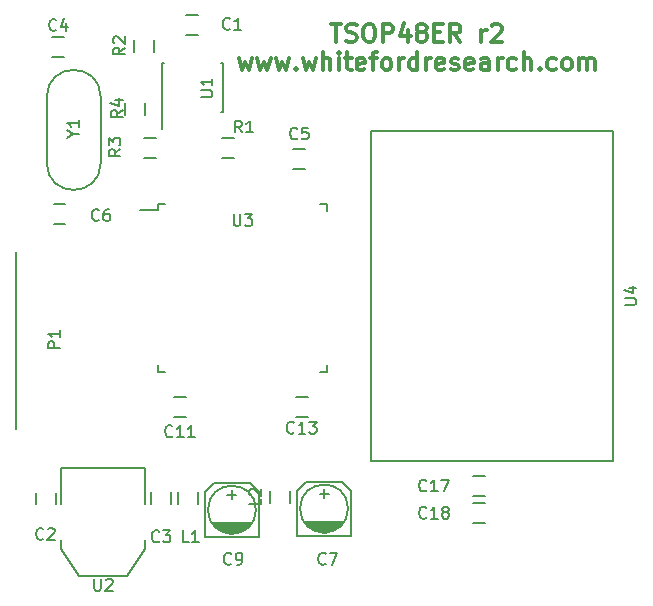
<source format=gto>
G04 #@! TF.FileFunction,Legend,Top*
%FSLAX46Y46*%
G04 Gerber Fmt 4.6, Leading zero omitted, Abs format (unit mm)*
G04 Created by KiCad (PCBNEW (2015-11-24 BZR 6329)-product) date Fri 07 Oct 2016 12:30:40 AM EDT*
%MOMM*%
G01*
G04 APERTURE LIST*
%ADD10C,0.100000*%
%ADD11C,0.300000*%
%ADD12C,0.150000*%
G04 APERTURE END LIST*
D10*
D11*
X186014287Y-76678571D02*
X186871430Y-76678571D01*
X186442859Y-78178571D02*
X186442859Y-76678571D01*
X187300001Y-78107143D02*
X187514287Y-78178571D01*
X187871430Y-78178571D01*
X188014287Y-78107143D01*
X188085716Y-78035714D01*
X188157144Y-77892857D01*
X188157144Y-77750000D01*
X188085716Y-77607143D01*
X188014287Y-77535714D01*
X187871430Y-77464286D01*
X187585716Y-77392857D01*
X187442858Y-77321429D01*
X187371430Y-77250000D01*
X187300001Y-77107143D01*
X187300001Y-76964286D01*
X187371430Y-76821429D01*
X187442858Y-76750000D01*
X187585716Y-76678571D01*
X187942858Y-76678571D01*
X188157144Y-76750000D01*
X189085715Y-76678571D02*
X189371429Y-76678571D01*
X189514287Y-76750000D01*
X189657144Y-76892857D01*
X189728572Y-77178571D01*
X189728572Y-77678571D01*
X189657144Y-77964286D01*
X189514287Y-78107143D01*
X189371429Y-78178571D01*
X189085715Y-78178571D01*
X188942858Y-78107143D01*
X188800001Y-77964286D01*
X188728572Y-77678571D01*
X188728572Y-77178571D01*
X188800001Y-76892857D01*
X188942858Y-76750000D01*
X189085715Y-76678571D01*
X190371430Y-78178571D02*
X190371430Y-76678571D01*
X190942858Y-76678571D01*
X191085716Y-76750000D01*
X191157144Y-76821429D01*
X191228573Y-76964286D01*
X191228573Y-77178571D01*
X191157144Y-77321429D01*
X191085716Y-77392857D01*
X190942858Y-77464286D01*
X190371430Y-77464286D01*
X192514287Y-77178571D02*
X192514287Y-78178571D01*
X192157144Y-76607143D02*
X191800001Y-77678571D01*
X192728573Y-77678571D01*
X193514287Y-77321429D02*
X193371429Y-77250000D01*
X193300001Y-77178571D01*
X193228572Y-77035714D01*
X193228572Y-76964286D01*
X193300001Y-76821429D01*
X193371429Y-76750000D01*
X193514287Y-76678571D01*
X193800001Y-76678571D01*
X193942858Y-76750000D01*
X194014287Y-76821429D01*
X194085715Y-76964286D01*
X194085715Y-77035714D01*
X194014287Y-77178571D01*
X193942858Y-77250000D01*
X193800001Y-77321429D01*
X193514287Y-77321429D01*
X193371429Y-77392857D01*
X193300001Y-77464286D01*
X193228572Y-77607143D01*
X193228572Y-77892857D01*
X193300001Y-78035714D01*
X193371429Y-78107143D01*
X193514287Y-78178571D01*
X193800001Y-78178571D01*
X193942858Y-78107143D01*
X194014287Y-78035714D01*
X194085715Y-77892857D01*
X194085715Y-77607143D01*
X194014287Y-77464286D01*
X193942858Y-77392857D01*
X193800001Y-77321429D01*
X194728572Y-77392857D02*
X195228572Y-77392857D01*
X195442858Y-78178571D02*
X194728572Y-78178571D01*
X194728572Y-76678571D01*
X195442858Y-76678571D01*
X196942858Y-78178571D02*
X196442858Y-77464286D01*
X196085715Y-78178571D02*
X196085715Y-76678571D01*
X196657143Y-76678571D01*
X196800001Y-76750000D01*
X196871429Y-76821429D01*
X196942858Y-76964286D01*
X196942858Y-77178571D01*
X196871429Y-77321429D01*
X196800001Y-77392857D01*
X196657143Y-77464286D01*
X196085715Y-77464286D01*
X198728572Y-78178571D02*
X198728572Y-77178571D01*
X198728572Y-77464286D02*
X198800000Y-77321429D01*
X198871429Y-77250000D01*
X199014286Y-77178571D01*
X199157143Y-77178571D01*
X199585714Y-76821429D02*
X199657143Y-76750000D01*
X199800000Y-76678571D01*
X200157143Y-76678571D01*
X200300000Y-76750000D01*
X200371429Y-76821429D01*
X200442857Y-76964286D01*
X200442857Y-77107143D01*
X200371429Y-77321429D01*
X199514286Y-78178571D01*
X200442857Y-78178571D01*
X178157143Y-79578571D02*
X178442857Y-80578571D01*
X178728571Y-79864286D01*
X179014286Y-80578571D01*
X179300000Y-79578571D01*
X179728572Y-79578571D02*
X180014286Y-80578571D01*
X180300000Y-79864286D01*
X180585715Y-80578571D01*
X180871429Y-79578571D01*
X181300001Y-79578571D02*
X181585715Y-80578571D01*
X181871429Y-79864286D01*
X182157144Y-80578571D01*
X182442858Y-79578571D01*
X183014287Y-80435714D02*
X183085715Y-80507143D01*
X183014287Y-80578571D01*
X182942858Y-80507143D01*
X183014287Y-80435714D01*
X183014287Y-80578571D01*
X183585716Y-79578571D02*
X183871430Y-80578571D01*
X184157144Y-79864286D01*
X184442859Y-80578571D01*
X184728573Y-79578571D01*
X185300002Y-80578571D02*
X185300002Y-79078571D01*
X185942859Y-80578571D02*
X185942859Y-79792857D01*
X185871430Y-79650000D01*
X185728573Y-79578571D01*
X185514288Y-79578571D01*
X185371430Y-79650000D01*
X185300002Y-79721429D01*
X186657145Y-80578571D02*
X186657145Y-79578571D01*
X186657145Y-79078571D02*
X186585716Y-79150000D01*
X186657145Y-79221429D01*
X186728573Y-79150000D01*
X186657145Y-79078571D01*
X186657145Y-79221429D01*
X187157145Y-79578571D02*
X187728574Y-79578571D01*
X187371431Y-79078571D02*
X187371431Y-80364286D01*
X187442859Y-80507143D01*
X187585717Y-80578571D01*
X187728574Y-80578571D01*
X188800002Y-80507143D02*
X188657145Y-80578571D01*
X188371431Y-80578571D01*
X188228574Y-80507143D01*
X188157145Y-80364286D01*
X188157145Y-79792857D01*
X188228574Y-79650000D01*
X188371431Y-79578571D01*
X188657145Y-79578571D01*
X188800002Y-79650000D01*
X188871431Y-79792857D01*
X188871431Y-79935714D01*
X188157145Y-80078571D01*
X189300002Y-79578571D02*
X189871431Y-79578571D01*
X189514288Y-80578571D02*
X189514288Y-79292857D01*
X189585716Y-79150000D01*
X189728574Y-79078571D01*
X189871431Y-79078571D01*
X190585717Y-80578571D02*
X190442859Y-80507143D01*
X190371431Y-80435714D01*
X190300002Y-80292857D01*
X190300002Y-79864286D01*
X190371431Y-79721429D01*
X190442859Y-79650000D01*
X190585717Y-79578571D01*
X190800002Y-79578571D01*
X190942859Y-79650000D01*
X191014288Y-79721429D01*
X191085717Y-79864286D01*
X191085717Y-80292857D01*
X191014288Y-80435714D01*
X190942859Y-80507143D01*
X190800002Y-80578571D01*
X190585717Y-80578571D01*
X191728574Y-80578571D02*
X191728574Y-79578571D01*
X191728574Y-79864286D02*
X191800002Y-79721429D01*
X191871431Y-79650000D01*
X192014288Y-79578571D01*
X192157145Y-79578571D01*
X193300002Y-80578571D02*
X193300002Y-79078571D01*
X193300002Y-80507143D02*
X193157145Y-80578571D01*
X192871431Y-80578571D01*
X192728573Y-80507143D01*
X192657145Y-80435714D01*
X192585716Y-80292857D01*
X192585716Y-79864286D01*
X192657145Y-79721429D01*
X192728573Y-79650000D01*
X192871431Y-79578571D01*
X193157145Y-79578571D01*
X193300002Y-79650000D01*
X194014288Y-80578571D02*
X194014288Y-79578571D01*
X194014288Y-79864286D02*
X194085716Y-79721429D01*
X194157145Y-79650000D01*
X194300002Y-79578571D01*
X194442859Y-79578571D01*
X195514287Y-80507143D02*
X195371430Y-80578571D01*
X195085716Y-80578571D01*
X194942859Y-80507143D01*
X194871430Y-80364286D01*
X194871430Y-79792857D01*
X194942859Y-79650000D01*
X195085716Y-79578571D01*
X195371430Y-79578571D01*
X195514287Y-79650000D01*
X195585716Y-79792857D01*
X195585716Y-79935714D01*
X194871430Y-80078571D01*
X196157144Y-80507143D02*
X196300001Y-80578571D01*
X196585716Y-80578571D01*
X196728573Y-80507143D01*
X196800001Y-80364286D01*
X196800001Y-80292857D01*
X196728573Y-80150000D01*
X196585716Y-80078571D01*
X196371430Y-80078571D01*
X196228573Y-80007143D01*
X196157144Y-79864286D01*
X196157144Y-79792857D01*
X196228573Y-79650000D01*
X196371430Y-79578571D01*
X196585716Y-79578571D01*
X196728573Y-79650000D01*
X198014287Y-80507143D02*
X197871430Y-80578571D01*
X197585716Y-80578571D01*
X197442859Y-80507143D01*
X197371430Y-80364286D01*
X197371430Y-79792857D01*
X197442859Y-79650000D01*
X197585716Y-79578571D01*
X197871430Y-79578571D01*
X198014287Y-79650000D01*
X198085716Y-79792857D01*
X198085716Y-79935714D01*
X197371430Y-80078571D01*
X199371430Y-80578571D02*
X199371430Y-79792857D01*
X199300001Y-79650000D01*
X199157144Y-79578571D01*
X198871430Y-79578571D01*
X198728573Y-79650000D01*
X199371430Y-80507143D02*
X199228573Y-80578571D01*
X198871430Y-80578571D01*
X198728573Y-80507143D01*
X198657144Y-80364286D01*
X198657144Y-80221429D01*
X198728573Y-80078571D01*
X198871430Y-80007143D01*
X199228573Y-80007143D01*
X199371430Y-79935714D01*
X200085716Y-80578571D02*
X200085716Y-79578571D01*
X200085716Y-79864286D02*
X200157144Y-79721429D01*
X200228573Y-79650000D01*
X200371430Y-79578571D01*
X200514287Y-79578571D01*
X201657144Y-80507143D02*
X201514287Y-80578571D01*
X201228573Y-80578571D01*
X201085715Y-80507143D01*
X201014287Y-80435714D01*
X200942858Y-80292857D01*
X200942858Y-79864286D01*
X201014287Y-79721429D01*
X201085715Y-79650000D01*
X201228573Y-79578571D01*
X201514287Y-79578571D01*
X201657144Y-79650000D01*
X202300001Y-80578571D02*
X202300001Y-79078571D01*
X202942858Y-80578571D02*
X202942858Y-79792857D01*
X202871429Y-79650000D01*
X202728572Y-79578571D01*
X202514287Y-79578571D01*
X202371429Y-79650000D01*
X202300001Y-79721429D01*
X203657144Y-80435714D02*
X203728572Y-80507143D01*
X203657144Y-80578571D01*
X203585715Y-80507143D01*
X203657144Y-80435714D01*
X203657144Y-80578571D01*
X205014287Y-80507143D02*
X204871430Y-80578571D01*
X204585716Y-80578571D01*
X204442858Y-80507143D01*
X204371430Y-80435714D01*
X204300001Y-80292857D01*
X204300001Y-79864286D01*
X204371430Y-79721429D01*
X204442858Y-79650000D01*
X204585716Y-79578571D01*
X204871430Y-79578571D01*
X205014287Y-79650000D01*
X205871430Y-80578571D02*
X205728572Y-80507143D01*
X205657144Y-80435714D01*
X205585715Y-80292857D01*
X205585715Y-79864286D01*
X205657144Y-79721429D01*
X205728572Y-79650000D01*
X205871430Y-79578571D01*
X206085715Y-79578571D01*
X206228572Y-79650000D01*
X206300001Y-79721429D01*
X206371430Y-79864286D01*
X206371430Y-80292857D01*
X206300001Y-80435714D01*
X206228572Y-80507143D01*
X206085715Y-80578571D01*
X205871430Y-80578571D01*
X207014287Y-80578571D02*
X207014287Y-79578571D01*
X207014287Y-79721429D02*
X207085715Y-79650000D01*
X207228573Y-79578571D01*
X207442858Y-79578571D01*
X207585715Y-79650000D01*
X207657144Y-79792857D01*
X207657144Y-80578571D01*
X207657144Y-79792857D02*
X207728573Y-79650000D01*
X207871430Y-79578571D01*
X208085715Y-79578571D01*
X208228573Y-79650000D01*
X208300001Y-79792857D01*
X208300001Y-80578571D01*
D12*
X209900000Y-85700000D02*
X209900000Y-86200000D01*
X189400000Y-85700000D02*
X189400000Y-86200000D01*
X189400000Y-113700000D02*
X189400000Y-86200000D01*
X189400000Y-85700000D02*
X209900000Y-85700000D01*
X209900000Y-86200000D02*
X209900000Y-113700000D01*
X209900000Y-113700000D02*
X189400000Y-113700000D01*
X199000000Y-117250000D02*
X198000000Y-117250000D01*
X198000000Y-118950000D02*
X199000000Y-118950000D01*
X174744000Y-75890000D02*
X173744000Y-75890000D01*
X173744000Y-77590000D02*
X174744000Y-77590000D01*
X162714000Y-117348000D02*
X162714000Y-116348000D01*
X161014000Y-116348000D02*
X161014000Y-117348000D01*
X172450000Y-117300000D02*
X172450000Y-116300000D01*
X170750000Y-116300000D02*
X170750000Y-117300000D01*
X162400000Y-79450000D02*
X163400000Y-79450000D01*
X163400000Y-77750000D02*
X162400000Y-77750000D01*
X183800000Y-87250000D02*
X182800000Y-87250000D01*
X182800000Y-88950000D02*
X183800000Y-88950000D01*
X162500000Y-93650000D02*
X163500000Y-93650000D01*
X163500000Y-91950000D02*
X162500000Y-91950000D01*
X172700000Y-109950000D02*
X173700000Y-109950000D01*
X173700000Y-108250000D02*
X172700000Y-108250000D01*
X184000000Y-108250000D02*
X183000000Y-108250000D01*
X183000000Y-109950000D02*
X184000000Y-109950000D01*
X199000000Y-114950000D02*
X198000000Y-114950000D01*
X198000000Y-116650000D02*
X199000000Y-116650000D01*
X173050000Y-116300000D02*
X173050000Y-117300000D01*
X174750000Y-117300000D02*
X174750000Y-116300000D01*
X180850000Y-116200000D02*
X180850000Y-117200000D01*
X182550000Y-117200000D02*
X182550000Y-116200000D01*
X159354880Y-95950140D02*
X159354880Y-110936140D01*
X176792000Y-88004000D02*
X177792000Y-88004000D01*
X177792000Y-86304000D02*
X176792000Y-86304000D01*
X169330000Y-78018000D02*
X169330000Y-79018000D01*
X171030000Y-79018000D02*
X171030000Y-78018000D01*
X171188000Y-86304000D02*
X170188000Y-86304000D01*
X170188000Y-88004000D02*
X171188000Y-88004000D01*
X168568000Y-83352000D02*
X168568000Y-84352000D01*
X170268000Y-84352000D02*
X170268000Y-83352000D01*
X170246000Y-117356000D02*
X170246000Y-114308000D01*
X170246000Y-114308000D02*
X163134000Y-114308000D01*
X163134000Y-114308000D02*
X163134000Y-117356000D01*
X170246000Y-120404000D02*
X170246000Y-121166000D01*
X170246000Y-121166000D02*
X168722000Y-123452000D01*
X168722000Y-123452000D02*
X164658000Y-123452000D01*
X164658000Y-123452000D02*
X163134000Y-121166000D01*
X163134000Y-121166000D02*
X163134000Y-120404000D01*
X171375000Y-91875000D02*
X171375000Y-92400000D01*
X185625000Y-91875000D02*
X185625000Y-92475000D01*
X185625000Y-106125000D02*
X185625000Y-105525000D01*
X171375000Y-106125000D02*
X171375000Y-105525000D01*
X171375000Y-91875000D02*
X171975000Y-91875000D01*
X171375000Y-106125000D02*
X171975000Y-106125000D01*
X185625000Y-106125000D02*
X185025000Y-106125000D01*
X185625000Y-91875000D02*
X185025000Y-91875000D01*
X171375000Y-92400000D02*
X169850000Y-92400000D01*
X161914000Y-88434000D02*
G75*
G03X166486000Y-88434000I2286000J0D01*
G01*
X166486000Y-82846000D02*
G75*
G03X161914000Y-82846000I-2286000J0D01*
G01*
X161914000Y-82846000D02*
X161914000Y-88434000D01*
X166486000Y-82846000D02*
X166486000Y-88434000D01*
X185400000Y-116049000D02*
X185400000Y-116811000D01*
X185019000Y-116430000D02*
X185781000Y-116430000D01*
X187686000Y-116176000D02*
X187686000Y-119986000D01*
X183876000Y-115414000D02*
X186924000Y-115414000D01*
X187686000Y-116176000D02*
X186924000Y-115414000D01*
X183114000Y-116176000D02*
X183114000Y-119986000D01*
X183114000Y-116176000D02*
X183876000Y-115414000D01*
X185527000Y-119732000D02*
X185273000Y-119732000D01*
X184765000Y-119605000D02*
X186035000Y-119605000D01*
X186289000Y-119478000D02*
X184511000Y-119478000D01*
X186543000Y-119351000D02*
X184257000Y-119351000D01*
X184130000Y-119224000D02*
X186670000Y-119224000D01*
X186797000Y-119097000D02*
X184003000Y-119097000D01*
X183876000Y-118970000D02*
X186924000Y-118970000D01*
X183749000Y-118843000D02*
X187051000Y-118843000D01*
X183114000Y-119986000D02*
X187686000Y-119986000D01*
X187432000Y-117700000D02*
G75*
G03X187432000Y-117700000I-2032000J0D01*
G01*
X177600000Y-116149000D02*
X177600000Y-116911000D01*
X177219000Y-116530000D02*
X177981000Y-116530000D01*
X179886000Y-116276000D02*
X179886000Y-120086000D01*
X176076000Y-115514000D02*
X179124000Y-115514000D01*
X179886000Y-116276000D02*
X179124000Y-115514000D01*
X175314000Y-116276000D02*
X175314000Y-120086000D01*
X175314000Y-116276000D02*
X176076000Y-115514000D01*
X177727000Y-119832000D02*
X177473000Y-119832000D01*
X176965000Y-119705000D02*
X178235000Y-119705000D01*
X178489000Y-119578000D02*
X176711000Y-119578000D01*
X178743000Y-119451000D02*
X176457000Y-119451000D01*
X176330000Y-119324000D02*
X178870000Y-119324000D01*
X178997000Y-119197000D02*
X176203000Y-119197000D01*
X176076000Y-119070000D02*
X179124000Y-119070000D01*
X175949000Y-118943000D02*
X179251000Y-118943000D01*
X175314000Y-120086000D02*
X179886000Y-120086000D01*
X179632000Y-117800000D02*
G75*
G03X179632000Y-117800000I-2032000J0D01*
G01*
X171669000Y-84149000D02*
X171719000Y-84149000D01*
X171669000Y-79999000D02*
X171814000Y-79999000D01*
X176819000Y-79999000D02*
X176674000Y-79999000D01*
X176819000Y-84149000D02*
X176674000Y-84149000D01*
X171669000Y-84149000D02*
X171669000Y-79999000D01*
X176819000Y-84149000D02*
X176819000Y-79999000D01*
X171719000Y-84149000D02*
X171719000Y-85549000D01*
X210852381Y-100461905D02*
X211661905Y-100461905D01*
X211757143Y-100414286D01*
X211804762Y-100366667D01*
X211852381Y-100271429D01*
X211852381Y-100080952D01*
X211804762Y-99985714D01*
X211757143Y-99938095D01*
X211661905Y-99890476D01*
X210852381Y-99890476D01*
X211185714Y-98985714D02*
X211852381Y-98985714D01*
X210804762Y-99223810D02*
X211519048Y-99461905D01*
X211519048Y-98842857D01*
X194057143Y-118457143D02*
X194009524Y-118504762D01*
X193866667Y-118552381D01*
X193771429Y-118552381D01*
X193628571Y-118504762D01*
X193533333Y-118409524D01*
X193485714Y-118314286D01*
X193438095Y-118123810D01*
X193438095Y-117980952D01*
X193485714Y-117790476D01*
X193533333Y-117695238D01*
X193628571Y-117600000D01*
X193771429Y-117552381D01*
X193866667Y-117552381D01*
X194009524Y-117600000D01*
X194057143Y-117647619D01*
X195009524Y-118552381D02*
X194438095Y-118552381D01*
X194723809Y-118552381D02*
X194723809Y-117552381D01*
X194628571Y-117695238D01*
X194533333Y-117790476D01*
X194438095Y-117838095D01*
X195580952Y-117980952D02*
X195485714Y-117933333D01*
X195438095Y-117885714D01*
X195390476Y-117790476D01*
X195390476Y-117742857D01*
X195438095Y-117647619D01*
X195485714Y-117600000D01*
X195580952Y-117552381D01*
X195771429Y-117552381D01*
X195866667Y-117600000D01*
X195914286Y-117647619D01*
X195961905Y-117742857D01*
X195961905Y-117790476D01*
X195914286Y-117885714D01*
X195866667Y-117933333D01*
X195771429Y-117980952D01*
X195580952Y-117980952D01*
X195485714Y-118028571D01*
X195438095Y-118076190D01*
X195390476Y-118171429D01*
X195390476Y-118361905D01*
X195438095Y-118457143D01*
X195485714Y-118504762D01*
X195580952Y-118552381D01*
X195771429Y-118552381D01*
X195866667Y-118504762D01*
X195914286Y-118457143D01*
X195961905Y-118361905D01*
X195961905Y-118171429D01*
X195914286Y-118076190D01*
X195866667Y-118028571D01*
X195771429Y-117980952D01*
X177433334Y-77057143D02*
X177385715Y-77104762D01*
X177242858Y-77152381D01*
X177147620Y-77152381D01*
X177004762Y-77104762D01*
X176909524Y-77009524D01*
X176861905Y-76914286D01*
X176814286Y-76723810D01*
X176814286Y-76580952D01*
X176861905Y-76390476D01*
X176909524Y-76295238D01*
X177004762Y-76200000D01*
X177147620Y-76152381D01*
X177242858Y-76152381D01*
X177385715Y-76200000D01*
X177433334Y-76247619D01*
X178385715Y-77152381D02*
X177814286Y-77152381D01*
X178100000Y-77152381D02*
X178100000Y-76152381D01*
X178004762Y-76295238D01*
X177909524Y-76390476D01*
X177814286Y-76438095D01*
X161633334Y-120257143D02*
X161585715Y-120304762D01*
X161442858Y-120352381D01*
X161347620Y-120352381D01*
X161204762Y-120304762D01*
X161109524Y-120209524D01*
X161061905Y-120114286D01*
X161014286Y-119923810D01*
X161014286Y-119780952D01*
X161061905Y-119590476D01*
X161109524Y-119495238D01*
X161204762Y-119400000D01*
X161347620Y-119352381D01*
X161442858Y-119352381D01*
X161585715Y-119400000D01*
X161633334Y-119447619D01*
X162014286Y-119447619D02*
X162061905Y-119400000D01*
X162157143Y-119352381D01*
X162395239Y-119352381D01*
X162490477Y-119400000D01*
X162538096Y-119447619D01*
X162585715Y-119542857D01*
X162585715Y-119638095D01*
X162538096Y-119780952D01*
X161966667Y-120352381D01*
X162585715Y-120352381D01*
X171433334Y-120457143D02*
X171385715Y-120504762D01*
X171242858Y-120552381D01*
X171147620Y-120552381D01*
X171004762Y-120504762D01*
X170909524Y-120409524D01*
X170861905Y-120314286D01*
X170814286Y-120123810D01*
X170814286Y-119980952D01*
X170861905Y-119790476D01*
X170909524Y-119695238D01*
X171004762Y-119600000D01*
X171147620Y-119552381D01*
X171242858Y-119552381D01*
X171385715Y-119600000D01*
X171433334Y-119647619D01*
X171766667Y-119552381D02*
X172385715Y-119552381D01*
X172052381Y-119933333D01*
X172195239Y-119933333D01*
X172290477Y-119980952D01*
X172338096Y-120028571D01*
X172385715Y-120123810D01*
X172385715Y-120361905D01*
X172338096Y-120457143D01*
X172290477Y-120504762D01*
X172195239Y-120552381D01*
X171909524Y-120552381D01*
X171814286Y-120504762D01*
X171766667Y-120457143D01*
X162733334Y-77157143D02*
X162685715Y-77204762D01*
X162542858Y-77252381D01*
X162447620Y-77252381D01*
X162304762Y-77204762D01*
X162209524Y-77109524D01*
X162161905Y-77014286D01*
X162114286Y-76823810D01*
X162114286Y-76680952D01*
X162161905Y-76490476D01*
X162209524Y-76395238D01*
X162304762Y-76300000D01*
X162447620Y-76252381D01*
X162542858Y-76252381D01*
X162685715Y-76300000D01*
X162733334Y-76347619D01*
X163590477Y-76585714D02*
X163590477Y-77252381D01*
X163352381Y-76204762D02*
X163114286Y-76919048D01*
X163733334Y-76919048D01*
X183133334Y-86357143D02*
X183085715Y-86404762D01*
X182942858Y-86452381D01*
X182847620Y-86452381D01*
X182704762Y-86404762D01*
X182609524Y-86309524D01*
X182561905Y-86214286D01*
X182514286Y-86023810D01*
X182514286Y-85880952D01*
X182561905Y-85690476D01*
X182609524Y-85595238D01*
X182704762Y-85500000D01*
X182847620Y-85452381D01*
X182942858Y-85452381D01*
X183085715Y-85500000D01*
X183133334Y-85547619D01*
X184038096Y-85452381D02*
X183561905Y-85452381D01*
X183514286Y-85928571D01*
X183561905Y-85880952D01*
X183657143Y-85833333D01*
X183895239Y-85833333D01*
X183990477Y-85880952D01*
X184038096Y-85928571D01*
X184085715Y-86023810D01*
X184085715Y-86261905D01*
X184038096Y-86357143D01*
X183990477Y-86404762D01*
X183895239Y-86452381D01*
X183657143Y-86452381D01*
X183561905Y-86404762D01*
X183514286Y-86357143D01*
X166333334Y-93257143D02*
X166285715Y-93304762D01*
X166142858Y-93352381D01*
X166047620Y-93352381D01*
X165904762Y-93304762D01*
X165809524Y-93209524D01*
X165761905Y-93114286D01*
X165714286Y-92923810D01*
X165714286Y-92780952D01*
X165761905Y-92590476D01*
X165809524Y-92495238D01*
X165904762Y-92400000D01*
X166047620Y-92352381D01*
X166142858Y-92352381D01*
X166285715Y-92400000D01*
X166333334Y-92447619D01*
X167190477Y-92352381D02*
X167000000Y-92352381D01*
X166904762Y-92400000D01*
X166857143Y-92447619D01*
X166761905Y-92590476D01*
X166714286Y-92780952D01*
X166714286Y-93161905D01*
X166761905Y-93257143D01*
X166809524Y-93304762D01*
X166904762Y-93352381D01*
X167095239Y-93352381D01*
X167190477Y-93304762D01*
X167238096Y-93257143D01*
X167285715Y-93161905D01*
X167285715Y-92923810D01*
X167238096Y-92828571D01*
X167190477Y-92780952D01*
X167095239Y-92733333D01*
X166904762Y-92733333D01*
X166809524Y-92780952D01*
X166761905Y-92828571D01*
X166714286Y-92923810D01*
X172557143Y-111557143D02*
X172509524Y-111604762D01*
X172366667Y-111652381D01*
X172271429Y-111652381D01*
X172128571Y-111604762D01*
X172033333Y-111509524D01*
X171985714Y-111414286D01*
X171938095Y-111223810D01*
X171938095Y-111080952D01*
X171985714Y-110890476D01*
X172033333Y-110795238D01*
X172128571Y-110700000D01*
X172271429Y-110652381D01*
X172366667Y-110652381D01*
X172509524Y-110700000D01*
X172557143Y-110747619D01*
X173509524Y-111652381D02*
X172938095Y-111652381D01*
X173223809Y-111652381D02*
X173223809Y-110652381D01*
X173128571Y-110795238D01*
X173033333Y-110890476D01*
X172938095Y-110938095D01*
X174461905Y-111652381D02*
X173890476Y-111652381D01*
X174176190Y-111652381D02*
X174176190Y-110652381D01*
X174080952Y-110795238D01*
X173985714Y-110890476D01*
X173890476Y-110938095D01*
X182857143Y-111257143D02*
X182809524Y-111304762D01*
X182666667Y-111352381D01*
X182571429Y-111352381D01*
X182428571Y-111304762D01*
X182333333Y-111209524D01*
X182285714Y-111114286D01*
X182238095Y-110923810D01*
X182238095Y-110780952D01*
X182285714Y-110590476D01*
X182333333Y-110495238D01*
X182428571Y-110400000D01*
X182571429Y-110352381D01*
X182666667Y-110352381D01*
X182809524Y-110400000D01*
X182857143Y-110447619D01*
X183809524Y-111352381D02*
X183238095Y-111352381D01*
X183523809Y-111352381D02*
X183523809Y-110352381D01*
X183428571Y-110495238D01*
X183333333Y-110590476D01*
X183238095Y-110638095D01*
X184142857Y-110352381D02*
X184761905Y-110352381D01*
X184428571Y-110733333D01*
X184571429Y-110733333D01*
X184666667Y-110780952D01*
X184714286Y-110828571D01*
X184761905Y-110923810D01*
X184761905Y-111161905D01*
X184714286Y-111257143D01*
X184666667Y-111304762D01*
X184571429Y-111352381D01*
X184285714Y-111352381D01*
X184190476Y-111304762D01*
X184142857Y-111257143D01*
X194057143Y-116157143D02*
X194009524Y-116204762D01*
X193866667Y-116252381D01*
X193771429Y-116252381D01*
X193628571Y-116204762D01*
X193533333Y-116109524D01*
X193485714Y-116014286D01*
X193438095Y-115823810D01*
X193438095Y-115680952D01*
X193485714Y-115490476D01*
X193533333Y-115395238D01*
X193628571Y-115300000D01*
X193771429Y-115252381D01*
X193866667Y-115252381D01*
X194009524Y-115300000D01*
X194057143Y-115347619D01*
X195009524Y-116252381D02*
X194438095Y-116252381D01*
X194723809Y-116252381D02*
X194723809Y-115252381D01*
X194628571Y-115395238D01*
X194533333Y-115490476D01*
X194438095Y-115538095D01*
X195342857Y-115252381D02*
X196009524Y-115252381D01*
X195580952Y-116252381D01*
X173933334Y-120552381D02*
X173457143Y-120552381D01*
X173457143Y-119552381D01*
X174790477Y-120552381D02*
X174219048Y-120552381D01*
X174504762Y-120552381D02*
X174504762Y-119552381D01*
X174409524Y-119695238D01*
X174314286Y-119790476D01*
X174219048Y-119838095D01*
X180052381Y-116866666D02*
X180052381Y-117342857D01*
X179052381Y-117342857D01*
X179147619Y-116580952D02*
X179100000Y-116533333D01*
X179052381Y-116438095D01*
X179052381Y-116199999D01*
X179100000Y-116104761D01*
X179147619Y-116057142D01*
X179242857Y-116009523D01*
X179338095Y-116009523D01*
X179480952Y-116057142D01*
X180052381Y-116628571D01*
X180052381Y-116009523D01*
X163042381Y-104118095D02*
X162042381Y-104118095D01*
X162042381Y-103737142D01*
X162090000Y-103641904D01*
X162137619Y-103594285D01*
X162232857Y-103546666D01*
X162375714Y-103546666D01*
X162470952Y-103594285D01*
X162518571Y-103641904D01*
X162566190Y-103737142D01*
X162566190Y-104118095D01*
X163042381Y-102594285D02*
X163042381Y-103165714D01*
X163042381Y-102880000D02*
X162042381Y-102880000D01*
X162185238Y-102975238D01*
X162280476Y-103070476D01*
X162328095Y-103165714D01*
X178433334Y-85852381D02*
X178100000Y-85376190D01*
X177861905Y-85852381D02*
X177861905Y-84852381D01*
X178242858Y-84852381D01*
X178338096Y-84900000D01*
X178385715Y-84947619D01*
X178433334Y-85042857D01*
X178433334Y-85185714D01*
X178385715Y-85280952D01*
X178338096Y-85328571D01*
X178242858Y-85376190D01*
X177861905Y-85376190D01*
X179385715Y-85852381D02*
X178814286Y-85852381D01*
X179100000Y-85852381D02*
X179100000Y-84852381D01*
X179004762Y-84995238D01*
X178909524Y-85090476D01*
X178814286Y-85138095D01*
X168532381Y-78684666D02*
X168056190Y-79018000D01*
X168532381Y-79256095D02*
X167532381Y-79256095D01*
X167532381Y-78875142D01*
X167580000Y-78779904D01*
X167627619Y-78732285D01*
X167722857Y-78684666D01*
X167865714Y-78684666D01*
X167960952Y-78732285D01*
X168008571Y-78779904D01*
X168056190Y-78875142D01*
X168056190Y-79256095D01*
X167627619Y-78303714D02*
X167580000Y-78256095D01*
X167532381Y-78160857D01*
X167532381Y-77922761D01*
X167580000Y-77827523D01*
X167627619Y-77779904D01*
X167722857Y-77732285D01*
X167818095Y-77732285D01*
X167960952Y-77779904D01*
X168532381Y-78351333D01*
X168532381Y-77732285D01*
X168152381Y-87266666D02*
X167676190Y-87600000D01*
X168152381Y-87838095D02*
X167152381Y-87838095D01*
X167152381Y-87457142D01*
X167200000Y-87361904D01*
X167247619Y-87314285D01*
X167342857Y-87266666D01*
X167485714Y-87266666D01*
X167580952Y-87314285D01*
X167628571Y-87361904D01*
X167676190Y-87457142D01*
X167676190Y-87838095D01*
X167152381Y-86933333D02*
X167152381Y-86314285D01*
X167533333Y-86647619D01*
X167533333Y-86504761D01*
X167580952Y-86409523D01*
X167628571Y-86361904D01*
X167723810Y-86314285D01*
X167961905Y-86314285D01*
X168057143Y-86361904D01*
X168104762Y-86409523D01*
X168152381Y-86504761D01*
X168152381Y-86790476D01*
X168104762Y-86885714D01*
X168057143Y-86933333D01*
X168352381Y-83966666D02*
X167876190Y-84300000D01*
X168352381Y-84538095D02*
X167352381Y-84538095D01*
X167352381Y-84157142D01*
X167400000Y-84061904D01*
X167447619Y-84014285D01*
X167542857Y-83966666D01*
X167685714Y-83966666D01*
X167780952Y-84014285D01*
X167828571Y-84061904D01*
X167876190Y-84157142D01*
X167876190Y-84538095D01*
X167685714Y-83109523D02*
X168352381Y-83109523D01*
X167304762Y-83347619D02*
X168019048Y-83585714D01*
X168019048Y-82966666D01*
X165938095Y-123652381D02*
X165938095Y-124461905D01*
X165985714Y-124557143D01*
X166033333Y-124604762D01*
X166128571Y-124652381D01*
X166319048Y-124652381D01*
X166414286Y-124604762D01*
X166461905Y-124557143D01*
X166509524Y-124461905D01*
X166509524Y-123652381D01*
X166938095Y-123747619D02*
X166985714Y-123700000D01*
X167080952Y-123652381D01*
X167319048Y-123652381D01*
X167414286Y-123700000D01*
X167461905Y-123747619D01*
X167509524Y-123842857D01*
X167509524Y-123938095D01*
X167461905Y-124080952D01*
X166890476Y-124652381D01*
X167509524Y-124652381D01*
X177738095Y-92752381D02*
X177738095Y-93561905D01*
X177785714Y-93657143D01*
X177833333Y-93704762D01*
X177928571Y-93752381D01*
X178119048Y-93752381D01*
X178214286Y-93704762D01*
X178261905Y-93657143D01*
X178309524Y-93561905D01*
X178309524Y-92752381D01*
X178690476Y-92752381D02*
X179309524Y-92752381D01*
X178976190Y-93133333D01*
X179119048Y-93133333D01*
X179214286Y-93180952D01*
X179261905Y-93228571D01*
X179309524Y-93323810D01*
X179309524Y-93561905D01*
X179261905Y-93657143D01*
X179214286Y-93704762D01*
X179119048Y-93752381D01*
X178833333Y-93752381D01*
X178738095Y-93704762D01*
X178690476Y-93657143D01*
X164176190Y-85976191D02*
X164652381Y-85976191D01*
X163652381Y-86309524D02*
X164176190Y-85976191D01*
X163652381Y-85642857D01*
X164652381Y-84785714D02*
X164652381Y-85357143D01*
X164652381Y-85071429D02*
X163652381Y-85071429D01*
X163795238Y-85166667D01*
X163890476Y-85261905D01*
X163938095Y-85357143D01*
X185533334Y-122357143D02*
X185485715Y-122404762D01*
X185342858Y-122452381D01*
X185247620Y-122452381D01*
X185104762Y-122404762D01*
X185009524Y-122309524D01*
X184961905Y-122214286D01*
X184914286Y-122023810D01*
X184914286Y-121880952D01*
X184961905Y-121690476D01*
X185009524Y-121595238D01*
X185104762Y-121500000D01*
X185247620Y-121452381D01*
X185342858Y-121452381D01*
X185485715Y-121500000D01*
X185533334Y-121547619D01*
X185866667Y-121452381D02*
X186533334Y-121452381D01*
X186104762Y-122452381D01*
X177533334Y-122357143D02*
X177485715Y-122404762D01*
X177342858Y-122452381D01*
X177247620Y-122452381D01*
X177104762Y-122404762D01*
X177009524Y-122309524D01*
X176961905Y-122214286D01*
X176914286Y-122023810D01*
X176914286Y-121880952D01*
X176961905Y-121690476D01*
X177009524Y-121595238D01*
X177104762Y-121500000D01*
X177247620Y-121452381D01*
X177342858Y-121452381D01*
X177485715Y-121500000D01*
X177533334Y-121547619D01*
X178009524Y-122452381D02*
X178200000Y-122452381D01*
X178295239Y-122404762D01*
X178342858Y-122357143D01*
X178438096Y-122214286D01*
X178485715Y-122023810D01*
X178485715Y-121642857D01*
X178438096Y-121547619D01*
X178390477Y-121500000D01*
X178295239Y-121452381D01*
X178104762Y-121452381D01*
X178009524Y-121500000D01*
X177961905Y-121547619D01*
X177914286Y-121642857D01*
X177914286Y-121880952D01*
X177961905Y-121976190D01*
X178009524Y-122023810D01*
X178104762Y-122071429D01*
X178295239Y-122071429D01*
X178390477Y-122023810D01*
X178438096Y-121976190D01*
X178485715Y-121880952D01*
X174952381Y-82861905D02*
X175761905Y-82861905D01*
X175857143Y-82814286D01*
X175904762Y-82766667D01*
X175952381Y-82671429D01*
X175952381Y-82480952D01*
X175904762Y-82385714D01*
X175857143Y-82338095D01*
X175761905Y-82290476D01*
X174952381Y-82290476D01*
X175952381Y-81290476D02*
X175952381Y-81861905D01*
X175952381Y-81576191D02*
X174952381Y-81576191D01*
X175095238Y-81671429D01*
X175190476Y-81766667D01*
X175238095Y-81861905D01*
M02*

</source>
